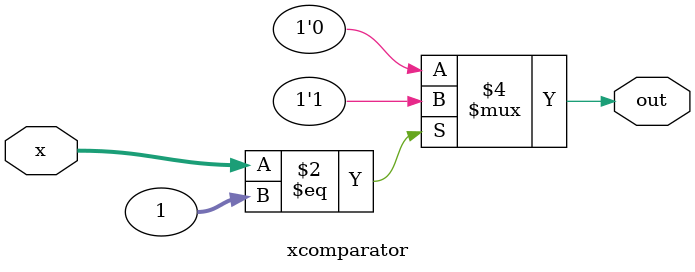
<source format=sv>
module xcomparator(
    input logic [31:0]x,
    output logic out
    );
    always_comb begin
       if(x==1)
       begin
        out=1;
    end
       else begin
       out =0;
       end
    end
endmodule

</source>
